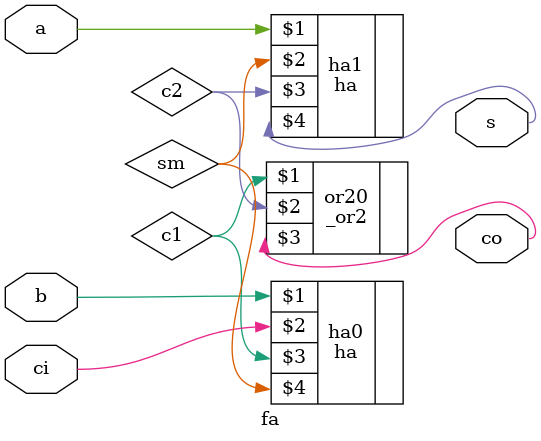
<source format=v>
module fa(a, b, ci, co, s);		// full adder
	input a, b, ci;		// 1-bit input a, b and cin
	output co, s;		// 1-bit output cout and sum
	wire c1, c2, sm;		// wire
	
	// connect 2 half adders
	ha ha0(b, ci, c1, sm);
	ha ha1(a, sm, c2, s);
	_or2 or20(c1, c2, co);
	
endmodule

</source>
